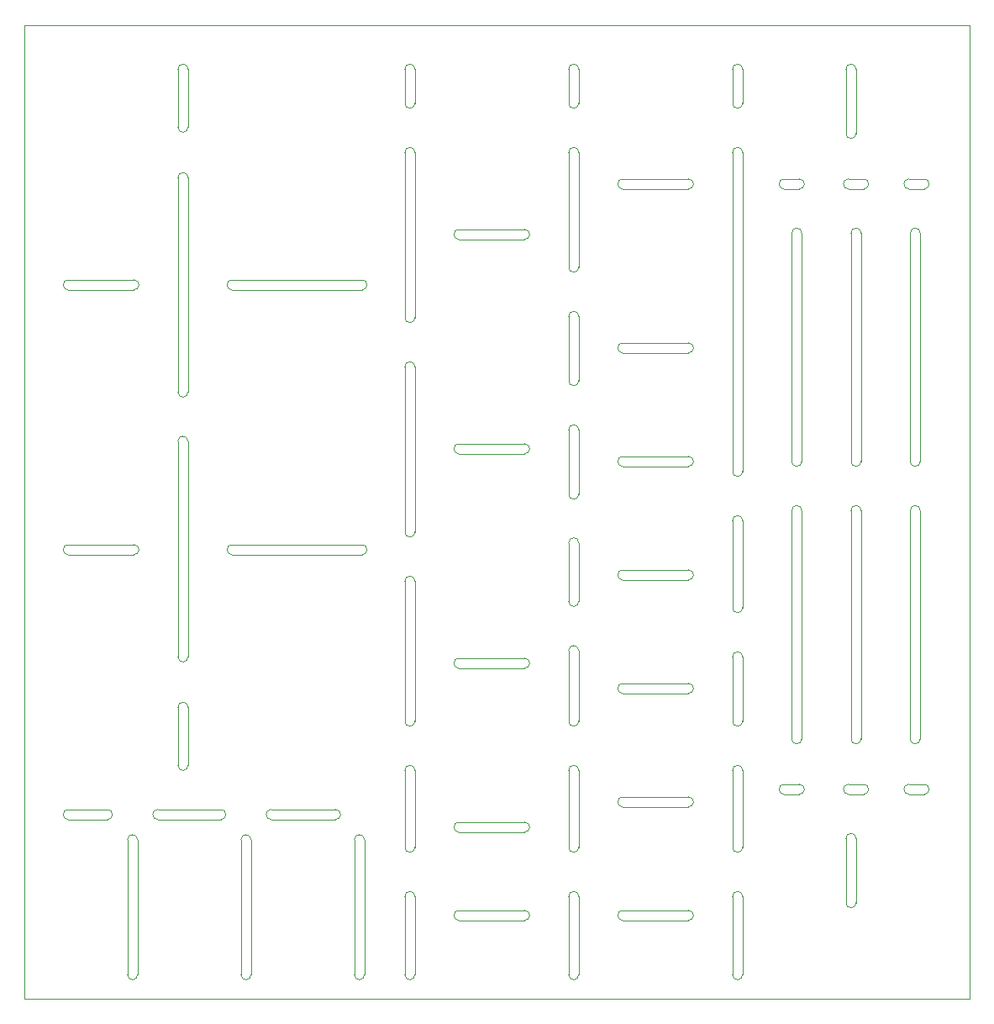
<source format=gm1>
G04 #@! TF.GenerationSoftware,KiCad,Pcbnew,7.0.7-7.0.7~ubuntu22.04.1*
G04 #@! TF.CreationDate,2023-09-17T14:22:27+02:00*
G04 #@! TF.ProjectId,100x100mm_all,31303078-3130-4306-9d6d-5f616c6c2e6b,rev?*
G04 #@! TF.SameCoordinates,Original*
G04 #@! TF.FileFunction,Profile,NP*
%FSLAX46Y46*%
G04 Gerber Fmt 4.6, Leading zero omitted, Abs format (unit mm)*
G04 Created by KiCad (PCBNEW 7.0.7-7.0.7~ubuntu22.04.1) date 2023-09-17 14:22:27*
%MOMM*%
%LPD*%
G01*
G04 APERTURE LIST*
G04 #@! TA.AperFunction,Profile*
%ADD10C,0.100000*%
G04 #@! TD*
G04 APERTURE END LIST*
D10*
X129032000Y-133223000D02*
G75*
G03*
X130048000Y-133223000I508000J0D01*
G01*
X145542000Y-108458000D02*
X145542000Y-102552500D01*
X124968000Y-132461000D02*
X124968000Y-146050000D01*
X151003000Y-65913000D02*
G75*
G03*
X151003000Y-66929000I0J-508000D01*
G01*
X162052000Y-133223000D02*
G75*
G03*
X163068000Y-133223000I508000J0D01*
G01*
X129032000Y-58293000D02*
G75*
G03*
X130048000Y-58293000I508000J0D01*
G01*
X111633000Y-76073000D02*
G75*
G03*
X111633000Y-77089000I0J-508000D01*
G01*
X146558000Y-102552500D02*
X146558000Y-108458000D01*
X163068000Y-100330000D02*
X163068000Y-109093000D01*
X157607000Y-140589000D02*
G75*
G03*
X157607000Y-139573000I0J508000D01*
G01*
X163068000Y-138176000D02*
G75*
G03*
X162052000Y-138176000I-508000J0D01*
G01*
X173990000Y-94361000D02*
X173990000Y-71374000D01*
X104140000Y-129413000D02*
X110490000Y-129413000D01*
X179832000Y-65913000D02*
X181356000Y-65913000D01*
X162052000Y-133223000D02*
X162052000Y-125476000D01*
X151003000Y-93853000D02*
X157607000Y-93853000D01*
X179959000Y-122301000D02*
G75*
G03*
X180975000Y-122301000I508000J0D01*
G01*
X151003000Y-139573000D02*
X157607000Y-139573000D01*
X162052000Y-95377000D02*
X162052000Y-63246000D01*
X145542000Y-74803000D02*
X145542000Y-63246000D01*
X141097000Y-72009000D02*
G75*
G03*
X141097000Y-70993000I0J508000D01*
G01*
X146558000Y-113411000D02*
G75*
G03*
X145542000Y-113411000I-508000J0D01*
G01*
X145542000Y-74803000D02*
G75*
G03*
X146558000Y-74803000I508000J0D01*
G01*
X175006000Y-71374000D02*
G75*
G03*
X173990000Y-71374000I-508000J0D01*
G01*
X173736000Y-126873000D02*
G75*
G03*
X173736000Y-127889000I0J-508000D01*
G01*
X130048000Y-84836000D02*
G75*
G03*
X129032000Y-84836000I-508000J0D01*
G01*
X157607000Y-117729000D02*
G75*
G03*
X157607000Y-116713000I0J508000D01*
G01*
X146558000Y-54864000D02*
X146558000Y-58293000D01*
X107188000Y-119126000D02*
G75*
G03*
X106172000Y-119126000I-508000J0D01*
G01*
X173482000Y-138811000D02*
X173482000Y-132334000D01*
X106172000Y-124968000D02*
X106172000Y-119126000D01*
X130048000Y-84836000D02*
X130048000Y-101473000D01*
X163068000Y-138176000D02*
X163068000Y-146050000D01*
X146558000Y-138176000D02*
X146558000Y-146050000D01*
X146558000Y-102552500D02*
G75*
G03*
X145542000Y-102552500I-508000J0D01*
G01*
X162052000Y-146050000D02*
X162052000Y-138176000D01*
X162052000Y-58293000D02*
G75*
G03*
X163068000Y-58293000I508000J0D01*
G01*
X162052000Y-109093000D02*
G75*
G03*
X163068000Y-109093000I508000J0D01*
G01*
X111633000Y-102743000D02*
G75*
G03*
X111633000Y-103759000I0J-508000D01*
G01*
X145542000Y-58293000D02*
G75*
G03*
X146558000Y-58293000I508000J0D01*
G01*
X173482000Y-138811000D02*
G75*
G03*
X174498000Y-138811000I508000J0D01*
G01*
X151003000Y-105283000D02*
X157607000Y-105283000D01*
X173990000Y-122301000D02*
G75*
G03*
X175006000Y-122301000I508000J0D01*
G01*
X175260000Y-66929000D02*
X173736000Y-66929000D01*
X106172000Y-60706000D02*
X106172000Y-54864000D01*
X145542000Y-108458000D02*
G75*
G03*
X146558000Y-108458000I508000J0D01*
G01*
X169037000Y-71374000D02*
G75*
G03*
X168021000Y-71374000I-508000J0D01*
G01*
X162052000Y-146050000D02*
G75*
G03*
X163068000Y-146050000I508000J0D01*
G01*
X168021000Y-94361000D02*
X168021000Y-71374000D01*
X175006000Y-71374000D02*
X175006000Y-94361000D01*
X163068000Y-63246000D02*
G75*
G03*
X162052000Y-63246000I-508000J0D01*
G01*
X180975000Y-71374000D02*
G75*
G03*
X179959000Y-71374000I-508000J0D01*
G01*
X179832000Y-126873000D02*
G75*
G03*
X179832000Y-127889000I0J-508000D01*
G01*
X124968000Y-132461000D02*
G75*
G03*
X123952000Y-132461000I-508000J0D01*
G01*
X141097000Y-115189000D02*
G75*
G03*
X141097000Y-114173000I0J508000D01*
G01*
X157607000Y-83439000D02*
X151003000Y-83439000D01*
X106172000Y-87376000D02*
G75*
G03*
X107188000Y-87376000I508000J0D01*
G01*
X145542000Y-97663000D02*
G75*
G03*
X146558000Y-97663000I508000J0D01*
G01*
X95123000Y-102743000D02*
G75*
G03*
X95123000Y-103759000I0J-508000D01*
G01*
X151003000Y-116713000D02*
G75*
G03*
X151003000Y-117729000I0J-508000D01*
G01*
X106172000Y-124968000D02*
G75*
G03*
X107188000Y-124968000I508000J0D01*
G01*
X146558000Y-63246000D02*
G75*
G03*
X145542000Y-63246000I-508000J0D01*
G01*
X145542000Y-120523000D02*
G75*
G03*
X146558000Y-120523000I508000J0D01*
G01*
X151003000Y-93853000D02*
G75*
G03*
X151003000Y-94869000I0J-508000D01*
G01*
X101727000Y-77089000D02*
X95123000Y-77089000D01*
X123952000Y-146050000D02*
G75*
G03*
X124968000Y-146050000I508000J0D01*
G01*
X181356000Y-127889000D02*
X179832000Y-127889000D01*
X134493000Y-70993000D02*
G75*
G03*
X134493000Y-72009000I0J-508000D01*
G01*
X151003000Y-116713000D02*
X157607000Y-116713000D01*
X107188000Y-92329000D02*
X107188000Y-114046000D01*
X124714000Y-103759000D02*
G75*
G03*
X124714000Y-102743000I0J508000D01*
G01*
X90678000Y-50419000D02*
X185979000Y-50419000D01*
X185979000Y-148514000D01*
X90678000Y-148514000D01*
X90678000Y-50419000D01*
X169037000Y-99314000D02*
X169037000Y-122301000D01*
X146558000Y-54864000D02*
G75*
G03*
X145542000Y-54864000I-508000J0D01*
G01*
X174498000Y-54864000D02*
X174498000Y-61341000D01*
X168021000Y-94361000D02*
G75*
G03*
X169037000Y-94361000I508000J0D01*
G01*
X129032000Y-133223000D02*
X129032000Y-125476000D01*
X141097000Y-140589000D02*
G75*
G03*
X141097000Y-139573000I0J508000D01*
G01*
X112522000Y-146050000D02*
G75*
G03*
X113538000Y-146050000I508000J0D01*
G01*
X146558000Y-125476000D02*
G75*
G03*
X145542000Y-125476000I-508000J0D01*
G01*
X146558000Y-79756000D02*
G75*
G03*
X145542000Y-79756000I-508000J0D01*
G01*
X173482000Y-61341000D02*
X173482000Y-54864000D01*
X95123000Y-76073000D02*
G75*
G03*
X95123000Y-77089000I0J-508000D01*
G01*
X129032000Y-146050000D02*
G75*
G03*
X130048000Y-146050000I508000J0D01*
G01*
X130048000Y-54864000D02*
X130048000Y-58293000D01*
X141097000Y-131699000D02*
G75*
G03*
X141097000Y-130683000I0J508000D01*
G01*
X179959000Y-94361000D02*
X179959000Y-71374000D01*
X130048000Y-138176000D02*
G75*
G03*
X129032000Y-138176000I-508000J0D01*
G01*
X179959000Y-94361000D02*
G75*
G03*
X180975000Y-94361000I508000J0D01*
G01*
X141097000Y-140589000D02*
X134493000Y-140589000D01*
X162052000Y-109093000D02*
X162052000Y-100330000D01*
X157607000Y-129159000D02*
G75*
G03*
X157607000Y-128143000I0J508000D01*
G01*
X163068000Y-125476000D02*
G75*
G03*
X162052000Y-125476000I-508000J0D01*
G01*
X173482000Y-61341000D02*
G75*
G03*
X174498000Y-61341000I508000J0D01*
G01*
X141097000Y-93599000D02*
G75*
G03*
X141097000Y-92583000I0J508000D01*
G01*
X102108000Y-132461000D02*
X102108000Y-146050000D01*
X168783000Y-127889000D02*
X167259000Y-127889000D01*
X141097000Y-72009000D02*
X134493000Y-72009000D01*
X95123000Y-129413000D02*
X99060000Y-129413000D01*
X107188000Y-54864000D02*
G75*
G03*
X106172000Y-54864000I-508000J0D01*
G01*
X134493000Y-114173000D02*
X141097000Y-114173000D01*
X163068000Y-114046000D02*
G75*
G03*
X162052000Y-114046000I-508000J0D01*
G01*
X111633000Y-102743000D02*
X124714000Y-102743000D01*
X130048000Y-63246000D02*
G75*
G03*
X129032000Y-63246000I-508000J0D01*
G01*
X107188000Y-65786000D02*
G75*
G03*
X106172000Y-65786000I-508000J0D01*
G01*
X180975000Y-99314000D02*
X180975000Y-122301000D01*
X110490000Y-130429000D02*
X104140000Y-130429000D01*
X145542000Y-133223000D02*
G75*
G03*
X146558000Y-133223000I508000J0D01*
G01*
X110490000Y-130429000D02*
G75*
G03*
X110490000Y-129413000I0J508000D01*
G01*
X162052000Y-95377000D02*
G75*
G03*
X163068000Y-95377000I508000J0D01*
G01*
X157607000Y-129159000D02*
X151003000Y-129159000D01*
X174498000Y-132334000D02*
G75*
G03*
X173482000Y-132334000I-508000J0D01*
G01*
X157607000Y-94869000D02*
G75*
G03*
X157607000Y-93853000I0J508000D01*
G01*
X106172000Y-87376000D02*
X106172000Y-65786000D01*
X95123000Y-129413000D02*
G75*
G03*
X95123000Y-130429000I0J-508000D01*
G01*
X115570000Y-129413000D02*
X122047000Y-129413000D01*
X130048000Y-138176000D02*
X130048000Y-146050000D01*
X134493000Y-114173000D02*
G75*
G03*
X134493000Y-115189000I0J-508000D01*
G01*
X168021000Y-122301000D02*
X168021000Y-99314000D01*
X179832000Y-65913000D02*
G75*
G03*
X179832000Y-66929000I0J-508000D01*
G01*
X95123000Y-102743000D02*
X101727000Y-102743000D01*
X163068000Y-125476000D02*
X163068000Y-133223000D01*
X130048000Y-106426000D02*
G75*
G03*
X129032000Y-106426000I-508000J0D01*
G01*
X167259000Y-126873000D02*
G75*
G03*
X167259000Y-127889000I0J-508000D01*
G01*
X146558000Y-138176000D02*
G75*
G03*
X145542000Y-138176000I-508000J0D01*
G01*
X101727000Y-103759000D02*
G75*
G03*
X101727000Y-102743000I0J508000D01*
G01*
X145542000Y-133223000D02*
X145542000Y-125476000D01*
X173736000Y-65913000D02*
X175260000Y-65913000D01*
X134493000Y-130683000D02*
X141097000Y-130683000D01*
X141097000Y-115189000D02*
X134493000Y-115189000D01*
X106172000Y-114046000D02*
G75*
G03*
X107188000Y-114046000I508000J0D01*
G01*
X175260000Y-127889000D02*
G75*
G03*
X175260000Y-126873000I0J508000D01*
G01*
X99060000Y-130429000D02*
G75*
G03*
X99060000Y-129413000I0J508000D01*
G01*
X146558000Y-63246000D02*
X146558000Y-74803000D01*
X146558000Y-79756000D02*
X146558000Y-86233000D01*
X179959000Y-122301000D02*
X179959000Y-99314000D01*
X129032000Y-120523000D02*
G75*
G03*
X130048000Y-120523000I508000J0D01*
G01*
X173990000Y-94361000D02*
G75*
G03*
X175006000Y-94361000I508000J0D01*
G01*
X167259000Y-65913000D02*
X168783000Y-65913000D01*
X145542000Y-58293000D02*
X145542000Y-54864000D01*
X134493000Y-92583000D02*
G75*
G03*
X134493000Y-93599000I0J-508000D01*
G01*
X129032000Y-58293000D02*
X129032000Y-54864000D01*
X95123000Y-76073000D02*
X101727000Y-76073000D01*
X101092000Y-146050000D02*
X101092000Y-132461000D01*
X157607000Y-66929000D02*
G75*
G03*
X157607000Y-65913000I0J508000D01*
G01*
X151003000Y-128143000D02*
G75*
G03*
X151003000Y-129159000I0J-508000D01*
G01*
X151003000Y-105283000D02*
G75*
G03*
X151003000Y-106299000I0J-508000D01*
G01*
X168783000Y-127889000D02*
G75*
G03*
X168783000Y-126873000I0J508000D01*
G01*
X163068000Y-54864000D02*
X163068000Y-58293000D01*
X130048000Y-125476000D02*
G75*
G03*
X129032000Y-125476000I-508000J0D01*
G01*
X181356000Y-127889000D02*
G75*
G03*
X181356000Y-126873000I0J508000D01*
G01*
X101727000Y-103759000D02*
X95123000Y-103759000D01*
X157607000Y-66929000D02*
X151003000Y-66929000D01*
X107188000Y-119126000D02*
X107188000Y-124968000D01*
X146558000Y-125476000D02*
X146558000Y-133223000D01*
X163068000Y-54864000D02*
G75*
G03*
X162052000Y-54864000I-508000J0D01*
G01*
X130048000Y-63246000D02*
X130048000Y-79883000D01*
X145542000Y-120523000D02*
X145542000Y-113411000D01*
X157607000Y-117729000D02*
X151003000Y-117729000D01*
X122047000Y-130429000D02*
G75*
G03*
X122047000Y-129413000I0J508000D01*
G01*
X181356000Y-66929000D02*
X179832000Y-66929000D01*
X157607000Y-140589000D02*
X151003000Y-140589000D01*
X173736000Y-65913000D02*
G75*
G03*
X173736000Y-66929000I0J-508000D01*
G01*
X129032000Y-101473000D02*
G75*
G03*
X130048000Y-101473000I508000J0D01*
G01*
X169037000Y-99314000D02*
G75*
G03*
X168021000Y-99314000I-508000J0D01*
G01*
X179832000Y-126873000D02*
X181356000Y-126873000D01*
X101727000Y-77089000D02*
G75*
G03*
X101727000Y-76073000I0J508000D01*
G01*
X173990000Y-122301000D02*
X173990000Y-99314000D01*
X99060000Y-130429000D02*
X95123000Y-130429000D01*
X162052000Y-58293000D02*
X162052000Y-54864000D01*
X168021000Y-122301000D02*
G75*
G03*
X169037000Y-122301000I508000J0D01*
G01*
X167259000Y-126873000D02*
X168783000Y-126873000D01*
X106172000Y-114046000D02*
X106172000Y-92329000D01*
X145542000Y-86233000D02*
G75*
G03*
X146558000Y-86233000I508000J0D01*
G01*
X134493000Y-139573000D02*
X141097000Y-139573000D01*
X151003000Y-65913000D02*
X157607000Y-65913000D01*
X167259000Y-65913000D02*
G75*
G03*
X167259000Y-66929000I0J-508000D01*
G01*
X175260000Y-66929000D02*
G75*
G03*
X175260000Y-65913000I0J508000D01*
G01*
X101092000Y-146050000D02*
G75*
G03*
X102108000Y-146050000I508000J0D01*
G01*
X169037000Y-71374000D02*
X169037000Y-94361000D01*
X129032000Y-79883000D02*
G75*
G03*
X130048000Y-79883000I508000J0D01*
G01*
X124714000Y-77089000D02*
G75*
G03*
X124714000Y-76073000I0J508000D01*
G01*
X129032000Y-120523000D02*
X129032000Y-106426000D01*
X123952000Y-146050000D02*
X123952000Y-132461000D01*
X129032000Y-146050000D02*
X129032000Y-138176000D01*
X134493000Y-92583000D02*
X141097000Y-92583000D01*
X145542000Y-146050000D02*
G75*
G03*
X146558000Y-146050000I508000J0D01*
G01*
X141097000Y-93599000D02*
X134493000Y-93599000D01*
X174498000Y-132334000D02*
X174498000Y-138811000D01*
X122047000Y-130429000D02*
X115570000Y-130429000D01*
X146558000Y-91186000D02*
G75*
G03*
X145542000Y-91186000I-508000J0D01*
G01*
X162052000Y-120523000D02*
G75*
G03*
X163068000Y-120523000I508000J0D01*
G01*
X151003000Y-82423000D02*
G75*
G03*
X151003000Y-83439000I0J-508000D01*
G01*
X173736000Y-126873000D02*
X175260000Y-126873000D01*
X102108000Y-132461000D02*
G75*
G03*
X101092000Y-132461000I-508000J0D01*
G01*
X163068000Y-63246000D02*
X163068000Y-95377000D01*
X130048000Y-106426000D02*
X130048000Y-120523000D01*
X129032000Y-101473000D02*
X129032000Y-84836000D01*
X134493000Y-139573000D02*
G75*
G03*
X134493000Y-140589000I0J-508000D01*
G01*
X146558000Y-91186000D02*
X146558000Y-97663000D01*
X113538000Y-132461000D02*
G75*
G03*
X112522000Y-132461000I-508000J0D01*
G01*
X107188000Y-65786000D02*
X107188000Y-87376000D01*
X107188000Y-92329000D02*
G75*
G03*
X106172000Y-92329000I-508000J0D01*
G01*
X129032000Y-79883000D02*
X129032000Y-63246000D01*
X175260000Y-127889000D02*
X173736000Y-127889000D01*
X180975000Y-71374000D02*
X180975000Y-94361000D01*
X175006000Y-99314000D02*
G75*
G03*
X173990000Y-99314000I-508000J0D01*
G01*
X157607000Y-83439000D02*
G75*
G03*
X157607000Y-82423000I0J508000D01*
G01*
X168783000Y-66929000D02*
G75*
G03*
X168783000Y-65913000I0J508000D01*
G01*
X113538000Y-132461000D02*
X113538000Y-146050000D01*
X174498000Y-54864000D02*
G75*
G03*
X173482000Y-54864000I-508000J0D01*
G01*
X124714000Y-77089000D02*
X111633000Y-77089000D01*
X157607000Y-94869000D02*
X151003000Y-94869000D01*
X146558000Y-113411000D02*
X146558000Y-120523000D01*
X124714000Y-103759000D02*
X111633000Y-103759000D01*
X130048000Y-125476000D02*
X130048000Y-133223000D01*
X115570000Y-129413000D02*
G75*
G03*
X115570000Y-130429000I0J-508000D01*
G01*
X130048000Y-54864000D02*
G75*
G03*
X129032000Y-54864000I-508000J0D01*
G01*
X145542000Y-146050000D02*
X145542000Y-138176000D01*
X145542000Y-97663000D02*
X145542000Y-91186000D01*
X157607000Y-106299000D02*
G75*
G03*
X157607000Y-105283000I0J508000D01*
G01*
X107188000Y-54864000D02*
X107188000Y-60706000D01*
X141097000Y-131699000D02*
X134493000Y-131699000D01*
X145542000Y-86233000D02*
X145542000Y-79756000D01*
X106172000Y-60706000D02*
G75*
G03*
X107188000Y-60706000I508000J0D01*
G01*
X111633000Y-76073000D02*
X124714000Y-76073000D01*
X168783000Y-66929000D02*
X167259000Y-66929000D01*
X104140000Y-129413000D02*
G75*
G03*
X104140000Y-130429000I0J-508000D01*
G01*
X181356000Y-66929000D02*
G75*
G03*
X181356000Y-65913000I0J508000D01*
G01*
X163068000Y-100330000D02*
G75*
G03*
X162052000Y-100330000I-508000J0D01*
G01*
X151003000Y-82423000D02*
X157607000Y-82423000D01*
X175006000Y-99314000D02*
X175006000Y-122301000D01*
X162052000Y-120523000D02*
X162052000Y-114046000D01*
X180975000Y-99314000D02*
G75*
G03*
X179959000Y-99314000I-508000J0D01*
G01*
X157607000Y-106299000D02*
X151003000Y-106299000D01*
X134493000Y-130683000D02*
G75*
G03*
X134493000Y-131699000I0J-508000D01*
G01*
X134493000Y-70993000D02*
X141097000Y-70993000D01*
X151003000Y-128143000D02*
X157607000Y-128143000D01*
X151003000Y-139573000D02*
G75*
G03*
X151003000Y-140589000I0J-508000D01*
G01*
X112522000Y-146050000D02*
X112522000Y-132461000D01*
X163068000Y-114046000D02*
X163068000Y-120523000D01*
M02*

</source>
